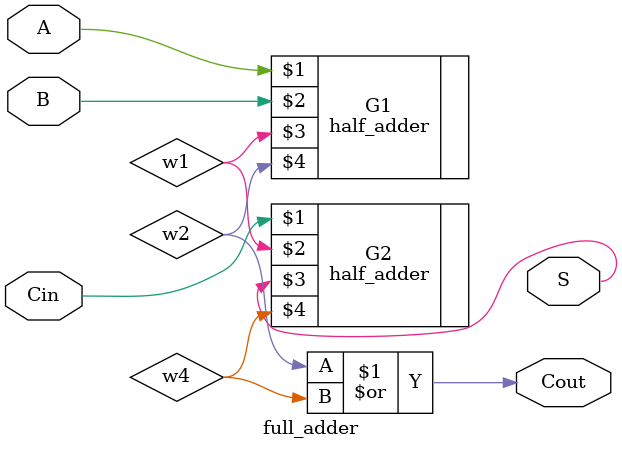
<source format=v>
`timescale 1ns / 1ps

module full_adder(
    input Cin,
    input A,
    input B,
    output S,
    output Cout
    );
    
    wire w1;
    wire w2;
    wire w3;
    wire w4;
    
    half_adder G1(A, B, w1, w2);
    half_adder G2(Cin, w1, S, w4);
    or G3(Cout, w2, w4);
endmodule

</source>
